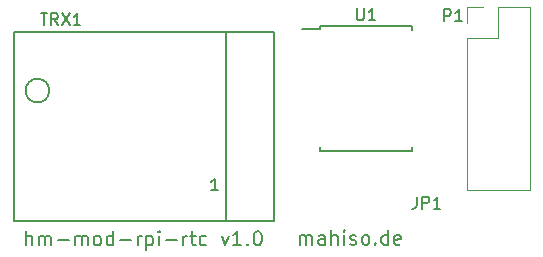
<source format=gto>
G04 #@! TF.FileFunction,Legend,Top*
%FSLAX46Y46*%
G04 Gerber Fmt 4.6, Leading zero omitted, Abs format (unit mm)*
G04 Created by KiCad (PCBNEW 4.0.5-e0-6337~49~ubuntu14.04.1) date Sun Mar 12 14:50:38 2017*
%MOMM*%
%LPD*%
G01*
G04 APERTURE LIST*
%ADD10C,0.100000*%
%ADD11C,0.150000*%
%ADD12C,0.120000*%
G04 APERTURE END LIST*
D10*
D11*
X157591657Y-126882457D02*
X157591657Y-126082457D01*
X157591657Y-126196743D02*
X157648800Y-126139600D01*
X157763086Y-126082457D01*
X157934514Y-126082457D01*
X158048800Y-126139600D01*
X158105943Y-126253886D01*
X158105943Y-126882457D01*
X158105943Y-126253886D02*
X158163086Y-126139600D01*
X158277372Y-126082457D01*
X158448800Y-126082457D01*
X158563086Y-126139600D01*
X158620229Y-126253886D01*
X158620229Y-126882457D01*
X159705943Y-126882457D02*
X159705943Y-126253886D01*
X159648800Y-126139600D01*
X159534514Y-126082457D01*
X159305943Y-126082457D01*
X159191657Y-126139600D01*
X159705943Y-126825314D02*
X159591657Y-126882457D01*
X159305943Y-126882457D01*
X159191657Y-126825314D01*
X159134514Y-126711029D01*
X159134514Y-126596743D01*
X159191657Y-126482457D01*
X159305943Y-126425314D01*
X159591657Y-126425314D01*
X159705943Y-126368171D01*
X160277371Y-126882457D02*
X160277371Y-125682457D01*
X160791657Y-126882457D02*
X160791657Y-126253886D01*
X160734514Y-126139600D01*
X160620228Y-126082457D01*
X160448800Y-126082457D01*
X160334514Y-126139600D01*
X160277371Y-126196743D01*
X161363085Y-126882457D02*
X161363085Y-126082457D01*
X161363085Y-125682457D02*
X161305942Y-125739600D01*
X161363085Y-125796743D01*
X161420228Y-125739600D01*
X161363085Y-125682457D01*
X161363085Y-125796743D01*
X161877371Y-126825314D02*
X161991657Y-126882457D01*
X162220229Y-126882457D01*
X162334514Y-126825314D01*
X162391657Y-126711029D01*
X162391657Y-126653886D01*
X162334514Y-126539600D01*
X162220229Y-126482457D01*
X162048800Y-126482457D01*
X161934514Y-126425314D01*
X161877371Y-126311029D01*
X161877371Y-126253886D01*
X161934514Y-126139600D01*
X162048800Y-126082457D01*
X162220229Y-126082457D01*
X162334514Y-126139600D01*
X163077372Y-126882457D02*
X162963086Y-126825314D01*
X162905943Y-126768171D01*
X162848800Y-126653886D01*
X162848800Y-126311029D01*
X162905943Y-126196743D01*
X162963086Y-126139600D01*
X163077372Y-126082457D01*
X163248800Y-126082457D01*
X163363086Y-126139600D01*
X163420229Y-126196743D01*
X163477372Y-126311029D01*
X163477372Y-126653886D01*
X163420229Y-126768171D01*
X163363086Y-126825314D01*
X163248800Y-126882457D01*
X163077372Y-126882457D01*
X163991657Y-126768171D02*
X164048800Y-126825314D01*
X163991657Y-126882457D01*
X163934514Y-126825314D01*
X163991657Y-126768171D01*
X163991657Y-126882457D01*
X165077372Y-126882457D02*
X165077372Y-125682457D01*
X165077372Y-126825314D02*
X164963086Y-126882457D01*
X164734515Y-126882457D01*
X164620229Y-126825314D01*
X164563086Y-126768171D01*
X164505943Y-126653886D01*
X164505943Y-126311029D01*
X164563086Y-126196743D01*
X164620229Y-126139600D01*
X164734515Y-126082457D01*
X164963086Y-126082457D01*
X165077372Y-126139600D01*
X166105943Y-126825314D02*
X165991657Y-126882457D01*
X165763086Y-126882457D01*
X165648800Y-126825314D01*
X165591657Y-126711029D01*
X165591657Y-126253886D01*
X165648800Y-126139600D01*
X165763086Y-126082457D01*
X165991657Y-126082457D01*
X166105943Y-126139600D01*
X166163086Y-126253886D01*
X166163086Y-126368171D01*
X165591657Y-126482457D01*
X134430744Y-126933257D02*
X134430744Y-125733257D01*
X134945030Y-126933257D02*
X134945030Y-126304686D01*
X134887887Y-126190400D01*
X134773601Y-126133257D01*
X134602173Y-126133257D01*
X134487887Y-126190400D01*
X134430744Y-126247543D01*
X135516458Y-126933257D02*
X135516458Y-126133257D01*
X135516458Y-126247543D02*
X135573601Y-126190400D01*
X135687887Y-126133257D01*
X135859315Y-126133257D01*
X135973601Y-126190400D01*
X136030744Y-126304686D01*
X136030744Y-126933257D01*
X136030744Y-126304686D02*
X136087887Y-126190400D01*
X136202173Y-126133257D01*
X136373601Y-126133257D01*
X136487887Y-126190400D01*
X136545030Y-126304686D01*
X136545030Y-126933257D01*
X137116458Y-126476114D02*
X138030744Y-126476114D01*
X138602172Y-126933257D02*
X138602172Y-126133257D01*
X138602172Y-126247543D02*
X138659315Y-126190400D01*
X138773601Y-126133257D01*
X138945029Y-126133257D01*
X139059315Y-126190400D01*
X139116458Y-126304686D01*
X139116458Y-126933257D01*
X139116458Y-126304686D02*
X139173601Y-126190400D01*
X139287887Y-126133257D01*
X139459315Y-126133257D01*
X139573601Y-126190400D01*
X139630744Y-126304686D01*
X139630744Y-126933257D01*
X140373601Y-126933257D02*
X140259315Y-126876114D01*
X140202172Y-126818971D01*
X140145029Y-126704686D01*
X140145029Y-126361829D01*
X140202172Y-126247543D01*
X140259315Y-126190400D01*
X140373601Y-126133257D01*
X140545029Y-126133257D01*
X140659315Y-126190400D01*
X140716458Y-126247543D01*
X140773601Y-126361829D01*
X140773601Y-126704686D01*
X140716458Y-126818971D01*
X140659315Y-126876114D01*
X140545029Y-126933257D01*
X140373601Y-126933257D01*
X141802172Y-126933257D02*
X141802172Y-125733257D01*
X141802172Y-126876114D02*
X141687886Y-126933257D01*
X141459315Y-126933257D01*
X141345029Y-126876114D01*
X141287886Y-126818971D01*
X141230743Y-126704686D01*
X141230743Y-126361829D01*
X141287886Y-126247543D01*
X141345029Y-126190400D01*
X141459315Y-126133257D01*
X141687886Y-126133257D01*
X141802172Y-126190400D01*
X142373600Y-126476114D02*
X143287886Y-126476114D01*
X143859314Y-126933257D02*
X143859314Y-126133257D01*
X143859314Y-126361829D02*
X143916457Y-126247543D01*
X143973600Y-126190400D01*
X144087886Y-126133257D01*
X144202171Y-126133257D01*
X144602171Y-126133257D02*
X144602171Y-127333257D01*
X144602171Y-126190400D02*
X144716457Y-126133257D01*
X144945028Y-126133257D01*
X145059314Y-126190400D01*
X145116457Y-126247543D01*
X145173600Y-126361829D01*
X145173600Y-126704686D01*
X145116457Y-126818971D01*
X145059314Y-126876114D01*
X144945028Y-126933257D01*
X144716457Y-126933257D01*
X144602171Y-126876114D01*
X145687885Y-126933257D02*
X145687885Y-126133257D01*
X145687885Y-125733257D02*
X145630742Y-125790400D01*
X145687885Y-125847543D01*
X145745028Y-125790400D01*
X145687885Y-125733257D01*
X145687885Y-125847543D01*
X146259314Y-126476114D02*
X147173600Y-126476114D01*
X147745028Y-126933257D02*
X147745028Y-126133257D01*
X147745028Y-126361829D02*
X147802171Y-126247543D01*
X147859314Y-126190400D01*
X147973600Y-126133257D01*
X148087885Y-126133257D01*
X148316457Y-126133257D02*
X148773600Y-126133257D01*
X148487885Y-125733257D02*
X148487885Y-126761829D01*
X148545028Y-126876114D01*
X148659314Y-126933257D01*
X148773600Y-126933257D01*
X149687885Y-126876114D02*
X149573599Y-126933257D01*
X149345028Y-126933257D01*
X149230742Y-126876114D01*
X149173599Y-126818971D01*
X149116456Y-126704686D01*
X149116456Y-126361829D01*
X149173599Y-126247543D01*
X149230742Y-126190400D01*
X149345028Y-126133257D01*
X149573599Y-126133257D01*
X149687885Y-126190400D01*
X151002171Y-126133257D02*
X151287885Y-126933257D01*
X151573599Y-126133257D01*
X152659314Y-126933257D02*
X151973599Y-126933257D01*
X152316457Y-126933257D02*
X152316457Y-125733257D01*
X152202171Y-125904686D01*
X152087885Y-126018971D01*
X151973599Y-126076114D01*
X153173599Y-126818971D02*
X153230742Y-126876114D01*
X153173599Y-126933257D01*
X153116456Y-126876114D01*
X153173599Y-126818971D01*
X153173599Y-126933257D01*
X153973600Y-125733257D02*
X154087885Y-125733257D01*
X154202171Y-125790400D01*
X154259314Y-125847543D01*
X154316457Y-125961829D01*
X154373600Y-126190400D01*
X154373600Y-126476114D01*
X154316457Y-126704686D01*
X154259314Y-126818971D01*
X154202171Y-126876114D01*
X154087885Y-126933257D01*
X153973600Y-126933257D01*
X153859314Y-126876114D01*
X153802171Y-126818971D01*
X153745028Y-126704686D01*
X153687885Y-126476114D01*
X153687885Y-126190400D01*
X153745028Y-125961829D01*
X153802171Y-125847543D01*
X153859314Y-125790400D01*
X153973600Y-125733257D01*
D12*
X171735476Y-109410000D02*
X171735476Y-122230000D01*
X171735476Y-122230000D02*
X177055476Y-122230000D01*
X177055476Y-122230000D02*
X177055476Y-106750000D01*
X177055476Y-106750000D02*
X174395476Y-106750000D01*
X174395476Y-106750000D02*
X174395476Y-109410000D01*
X174395476Y-109410000D02*
X171735476Y-109410000D01*
X171735476Y-108140000D02*
X171735476Y-106750000D01*
X171735476Y-106750000D02*
X173125476Y-106750000D01*
D11*
X151384000Y-108840000D02*
X151384000Y-124840000D01*
X136384000Y-113840000D02*
G75*
G03X136384000Y-113840000I-1000000J0D01*
G01*
X155384000Y-124840000D02*
X155384000Y-108840000D01*
X155384000Y-108840000D02*
X133384000Y-108840000D01*
X133384000Y-108840000D02*
X133384000Y-124840000D01*
X133384000Y-124840000D02*
X155384000Y-124840000D01*
X159320000Y-108340000D02*
X159320000Y-108615000D01*
X167070000Y-108340000D02*
X167070000Y-108695000D01*
X167070000Y-118990000D02*
X167070000Y-118635000D01*
X159320000Y-118990000D02*
X159320000Y-118635000D01*
X159320000Y-108340000D02*
X167070000Y-108340000D01*
X159320000Y-118990000D02*
X167070000Y-118990000D01*
X159320000Y-108615000D02*
X157795000Y-108615000D01*
X167505167Y-122832881D02*
X167505167Y-123547167D01*
X167457547Y-123690024D01*
X167362309Y-123785262D01*
X167219452Y-123832881D01*
X167124214Y-123832881D01*
X167981357Y-123832881D02*
X167981357Y-122832881D01*
X168362310Y-122832881D01*
X168457548Y-122880500D01*
X168505167Y-122928119D01*
X168552786Y-123023357D01*
X168552786Y-123166214D01*
X168505167Y-123261452D01*
X168457548Y-123309071D01*
X168362310Y-123356690D01*
X167981357Y-123356690D01*
X169505167Y-123832881D02*
X168933738Y-123832881D01*
X169219452Y-123832881D02*
X169219452Y-122832881D01*
X169124214Y-122975738D01*
X169028976Y-123070976D01*
X168933738Y-123118595D01*
X169822905Y-107957881D02*
X169822905Y-106957881D01*
X170203858Y-106957881D01*
X170299096Y-107005500D01*
X170346715Y-107053119D01*
X170394334Y-107148357D01*
X170394334Y-107291214D01*
X170346715Y-107386452D01*
X170299096Y-107434071D01*
X170203858Y-107481690D01*
X169822905Y-107481690D01*
X171346715Y-107957881D02*
X170775286Y-107957881D01*
X171061000Y-107957881D02*
X171061000Y-106957881D01*
X170965762Y-107100738D01*
X170870524Y-107195976D01*
X170775286Y-107243595D01*
X135645905Y-107292381D02*
X136217334Y-107292381D01*
X135931619Y-108292381D02*
X135931619Y-107292381D01*
X137122096Y-108292381D02*
X136788762Y-107816190D01*
X136550667Y-108292381D02*
X136550667Y-107292381D01*
X136931620Y-107292381D01*
X137026858Y-107340000D01*
X137074477Y-107387619D01*
X137122096Y-107482857D01*
X137122096Y-107625714D01*
X137074477Y-107720952D01*
X137026858Y-107768571D01*
X136931620Y-107816190D01*
X136550667Y-107816190D01*
X137455429Y-107292381D02*
X138122096Y-108292381D01*
X138122096Y-107292381D02*
X137455429Y-108292381D01*
X139026858Y-108292381D02*
X138455429Y-108292381D01*
X138741143Y-108292381D02*
X138741143Y-107292381D01*
X138645905Y-107435238D01*
X138550667Y-107530476D01*
X138455429Y-107578095D01*
X150669715Y-122292381D02*
X150098286Y-122292381D01*
X150384000Y-122292381D02*
X150384000Y-121292381D01*
X150288762Y-121435238D01*
X150193524Y-121530476D01*
X150098286Y-121578095D01*
X162433095Y-106867381D02*
X162433095Y-107676905D01*
X162480714Y-107772143D01*
X162528333Y-107819762D01*
X162623571Y-107867381D01*
X162814048Y-107867381D01*
X162909286Y-107819762D01*
X162956905Y-107772143D01*
X163004524Y-107676905D01*
X163004524Y-106867381D01*
X164004524Y-107867381D02*
X163433095Y-107867381D01*
X163718809Y-107867381D02*
X163718809Y-106867381D01*
X163623571Y-107010238D01*
X163528333Y-107105476D01*
X163433095Y-107153095D01*
M02*

</source>
